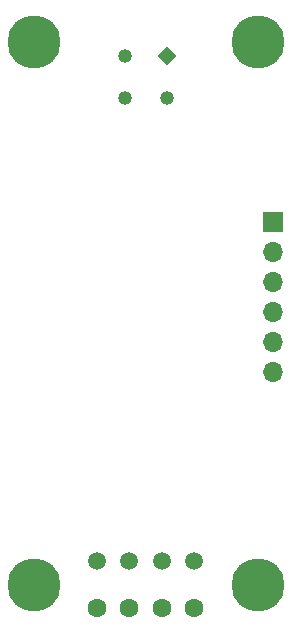
<source format=gbr>
%TF.GenerationSoftware,KiCad,Pcbnew,6.0.8-f2edbf62ab~116~ubuntu20.04.1*%
%TF.CreationDate,2022-10-23T17:18:19+02:00*%
%TF.ProjectId,TireTempSensor_v2.0,54697265-5465-46d7-9053-656e736f725f,rev?*%
%TF.SameCoordinates,Original*%
%TF.FileFunction,Soldermask,Bot*%
%TF.FilePolarity,Negative*%
%FSLAX46Y46*%
G04 Gerber Fmt 4.6, Leading zero omitted, Abs format (unit mm)*
G04 Created by KiCad (PCBNEW 6.0.8-f2edbf62ab~116~ubuntu20.04.1) date 2022-10-23 17:18:19*
%MOMM*%
%LPD*%
G01*
G04 APERTURE LIST*
G04 Aperture macros list*
%AMRotRect*
0 Rectangle, with rotation*
0 The origin of the aperture is its center*
0 $1 length*
0 $2 width*
0 $3 Rotation angle, in degrees counterclockwise*
0 Add horizontal line*
21,1,$1,$2,0,0,$3*%
G04 Aperture macros list end*
%ADD10C,4.500000*%
%ADD11C,1.500000*%
%ADD12C,1.600000*%
%ADD13RotRect,1.192000X1.192000X45.000000*%
%ADD14C,1.192000*%
%ADD15R,1.700000X1.700000*%
%ADD16O,1.700000X1.700000*%
G04 APERTURE END LIST*
D10*
%TO.C,H4*%
X103250000Y-67500000D03*
%TD*%
%TO.C,H2*%
X103250000Y-113500000D03*
%TD*%
D11*
%TO.C,J2*%
X114125000Y-111500000D03*
X116875000Y-111500000D03*
X108625000Y-111500000D03*
X111375000Y-111500000D03*
D12*
X116875000Y-115500000D03*
X114125000Y-115500000D03*
X111375000Y-115500000D03*
X108625000Y-115500000D03*
%TD*%
D10*
%TO.C,H3*%
X122250000Y-67500000D03*
%TD*%
%TO.C,H1*%
X122250000Y-113500000D03*
%TD*%
D13*
%TO.C,IC2*%
X114546052Y-68703950D03*
D14*
X114546052Y-72296052D03*
X110953950Y-72296052D03*
X110953950Y-68703950D03*
%TD*%
D15*
%TO.C,J1*%
X123500000Y-82750000D03*
D16*
X123500000Y-85290000D03*
X123500000Y-87830000D03*
X123500000Y-90370000D03*
X123500000Y-92910000D03*
X123500000Y-95450000D03*
%TD*%
M02*

</source>
